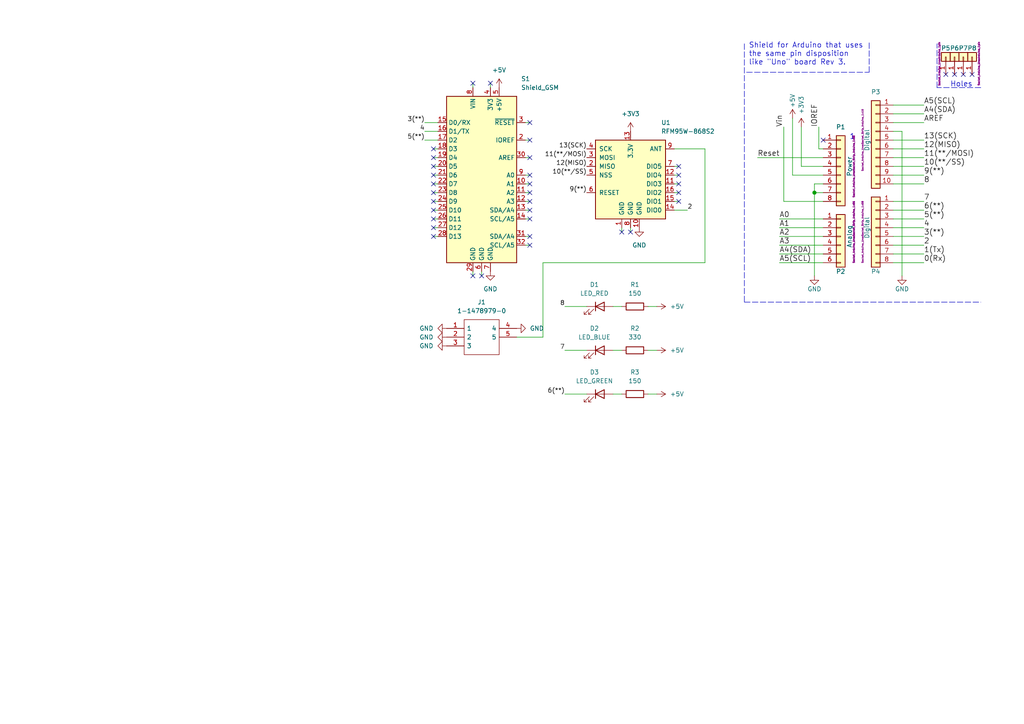
<source format=kicad_sch>
(kicad_sch (version 20211123) (generator eeschema)
  (paper "A4")
  (title_block (date "lun. 30 mars 2015"))
  (lib_symbols
    (symbol "Connector_Generic:Conn_01x01" (pin_names (offset 1.016) hide)
      (property "Reference" "J" (at 0 2.54 0))
      (property "Value" "Conn_01x01" (at 0 -2.54 0))
      (symbol "Conn_01x01_1_1"
        (rectangle (start -1.27 0.127) (end 0 -0.127) (stroke (width 0.1524)))
        (rectangle (start -1.27 1.27) (end 1.27 -1.27) (stroke (width 0.254)) (fill (type background)))
        (pin passive line (at -5.08 0 0) (length 3.81) (name "Pin_1") (number "1"))
      )
    )
    (symbol "Connector_Generic:Conn_01x06" (pin_names (offset 1.016) hide)
      (property "Reference" "J" (at 0 7.62 0))
      (property "Value" "Conn_01x06" (at 0 -10.16 0))
      (symbol "Conn_01x06_1_1"
        (rectangle (start -1.27 -7.493) (end 0 -7.747) (stroke (width 0.1524)))
        (rectangle (start -1.27 -4.953) (end 0 -5.207) (stroke (width 0.1524)))
        (rectangle (start -1.27 -2.413) (end 0 -2.667) (stroke (width 0.1524)))
        (rectangle (start -1.27 0.127) (end 0 -0.127) (stroke (width 0.1524)))
        (rectangle (start -1.27 2.667) (end 0 2.413) (stroke (width 0.1524)))
        (rectangle (start -1.27 5.207) (end 0 4.953) (stroke (width 0.1524)))
        (rectangle (start -1.27 6.35) (end 1.27 -8.89) (stroke (width 0.254)) (fill (type background)))
        (pin passive line (at -5.08 5.08 0) (length 3.81) (name "Pin_1") (number "1"))
        (pin passive line (at -5.08 2.54 0) (length 3.81) (name "Pin_2") (number "2"))
        (pin passive line (at -5.08 0 0) (length 3.81) (name "Pin_3") (number "3"))
        (pin passive line (at -5.08 -2.54 0) (length 3.81) (name "Pin_4") (number "4"))
        (pin passive line (at -5.08 -5.08 0) (length 3.81) (name "Pin_5") (number "5"))
        (pin passive line (at -5.08 -7.62 0) (length 3.81) (name "Pin_6") (number "6"))
      )
    )
    (symbol "Connector_Generic:Conn_01x08" (pin_names (offset 1.016) hide)
      (property "Reference" "J" (at 0 10.16 0))
      (property "Value" "Conn_01x08" (at 0 -12.7 0))
      (symbol "Conn_01x08_1_1"
        (rectangle (start -1.27 -10.033) (end 0 -10.287) (stroke (width 0.1524)))
        (rectangle (start -1.27 -7.493) (end 0 -7.747) (stroke (width 0.1524)))
        (rectangle (start -1.27 -4.953) (end 0 -5.207) (stroke (width 0.1524)))
        (rectangle (start -1.27 -2.413) (end 0 -2.667) (stroke (width 0.1524)))
        (rectangle (start -1.27 0.127) (end 0 -0.127) (stroke (width 0.1524)))
        (rectangle (start -1.27 2.667) (end 0 2.413) (stroke (width 0.1524)))
        (rectangle (start -1.27 5.207) (end 0 4.953) (stroke (width 0.1524)))
        (rectangle (start -1.27 7.747) (end 0 7.493) (stroke (width 0.1524)))
        (rectangle (start -1.27 8.89) (end 1.27 -11.43) (stroke (width 0.254)) (fill (type background)))
        (pin passive line (at -5.08 7.62 0) (length 3.81) (name "Pin_1") (number "1"))
        (pin passive line (at -5.08 5.08 0) (length 3.81) (name "Pin_2") (number "2"))
        (pin passive line (at -5.08 2.54 0) (length 3.81) (name "Pin_3") (number "3"))
        (pin passive line (at -5.08 0 0) (length 3.81) (name "Pin_4") (number "4"))
        (pin passive line (at -5.08 -2.54 0) (length 3.81) (name "Pin_5") (number "5"))
        (pin passive line (at -5.08 -5.08 0) (length 3.81) (name "Pin_6") (number "6"))
        (pin passive line (at -5.08 -7.62 0) (length 3.81) (name "Pin_7") (number "7"))
        (pin passive line (at -5.08 -10.16 0) (length 3.81) (name "Pin_8") (number "8"))
      )
    )
    (symbol "Connector_Generic:Conn_01x10" (pin_names (offset 1.016) hide)
      (property "Reference" "J" (at 0 12.7 0))
      (property "Value" "Conn_01x10" (at 0 -15.24 0))
      (symbol "Conn_01x10_1_1"
        (rectangle (start -1.27 -12.573) (end 0 -12.827) (stroke (width 0.1524)))
        (rectangle (start -1.27 -10.033) (end 0 -10.287) (stroke (width 0.1524)))
        (rectangle (start -1.27 -7.493) (end 0 -7.747) (stroke (width 0.1524)))
        (rectangle (start -1.27 -4.953) (end 0 -5.207) (stroke (width 0.1524)))
        (rectangle (start -1.27 -2.413) (end 0 -2.667) (stroke (width 0.1524)))
        (rectangle (start -1.27 0.127) (end 0 -0.127) (stroke (width 0.1524)))
        (rectangle (start -1.27 2.667) (end 0 2.413) (stroke (width 0.1524)))
        (rectangle (start -1.27 5.207) (end 0 4.953) (stroke (width 0.1524)))
        (rectangle (start -1.27 7.747) (end 0 7.493) (stroke (width 0.1524)))
        (rectangle (start -1.27 10.287) (end 0 10.033) (stroke (width 0.1524)))
        (rectangle (start -1.27 11.43) (end 1.27 -13.97) (stroke (width 0.254)) (fill (type background)))
        (pin passive line (at -5.08 10.16 0) (length 3.81) (name "Pin_1") (number "1"))
        (pin passive line (at -5.08 -12.7 0) (length 3.81) (name "Pin_10") (number "10"))
        (pin passive line (at -5.08 7.62 0) (length 3.81) (name "Pin_2") (number "2"))
        (pin passive line (at -5.08 5.08 0) (length 3.81) (name "Pin_3") (number "3"))
        (pin passive line (at -5.08 2.54 0) (length 3.81) (name "Pin_4") (number "4"))
        (pin passive line (at -5.08 0 0) (length 3.81) (name "Pin_5") (number "5"))
        (pin passive line (at -5.08 -2.54 0) (length 3.81) (name "Pin_6") (number "6"))
        (pin passive line (at -5.08 -5.08 0) (length 3.81) (name "Pin_7") (number "7"))
        (pin passive line (at -5.08 -7.62 0) (length 3.81) (name "Pin_8") (number "8"))
        (pin passive line (at -5.08 -10.16 0) (length 3.81) (name "Pin_9") (number "9"))
      )
    )
    (symbol "Device:LED" (pin_numbers hide) (pin_names (offset 1.016) hide)
      (property "Reference" "D" (at 0 2.54 0))
      (property "Value" "LED" (at 0 -2.54 0))
      (symbol "LED_0_1"
        (polyline (pts (xy -1.27 -1.27) (xy -1.27 1.27)) (stroke (width 0.254)))
        (polyline (pts (xy -1.27 0) (xy 1.27 0)))
        (polyline (pts (xy 1.27 -1.27) (xy 1.27 1.27) (xy -1.27 0) (xy 1.27 -1.27)) (stroke (width 0.254)))
        (polyline (pts (xy -3.048 -0.762) (xy -4.572 -2.286) (xy -3.81 -2.286) (xy -4.572 -2.286) (xy -4.572 -1.524)))
        (polyline (pts (xy -1.778 -0.762) (xy -3.302 -2.286) (xy -2.54 -2.286) (xy -3.302 -2.286) (xy -3.302 -1.524)))
      )
      (symbol "LED_1_1"
        (pin passive line (at -3.81 0 0) (length 2.54) (name "K") (number "1"))
        (pin passive line (at 3.81 0 180) (length 2.54) (name "A") (number "2"))
      )
    )
    (symbol "Device:R" (pin_numbers hide) (pin_names (offset 0))
      (property "Reference" "R" (at 2.032 0 90))
      (property "Value" "R" (at 0 0 90))
      (symbol "R_0_1"
        (rectangle (start -1.016 -2.54) (end 1.016 2.54) (stroke (width 0.254)))
      )
      (symbol "R_1_1"
        (pin passive line (at 0 3.81 270) (length 1.27) (name "~") (number "1"))
        (pin passive line (at 0 -3.81 90) (length 1.27) (name "~") (number "2"))
      )
    )
    (symbol "MCU_Module:Arduino_UNO_R3"
      (property "Reference" "A" (at -10.16 23.495 0))
      (property "Value" "Arduino_UNO_R3" (at 5.08 -26.67 0))
      (symbol "Arduino_UNO_R3_0_1"
        (rectangle (start -10.16 22.86) (end 10.16 -25.4) (stroke (width 0.254)) (fill (type background)))
      )
      (symbol "Arduino_UNO_R3_1_1"
        (pin no_connect line (at -10.16 -20.32 0) (length 2.54) hide (name "NC") (number "1"))
        (pin bidirectional line (at 12.7 -2.54 180) (length 2.54) (name "A1") (number "10"))
        (pin bidirectional line (at 12.7 -5.08 180) (length 2.54) (name "A2") (number "11"))
        (pin bidirectional line (at 12.7 -7.62 180) (length 2.54) (name "A3") (number "12"))
        (pin bidirectional line (at 12.7 -10.16 180) (length 2.54) (name "SDA/A4") (number "13"))
        (pin bidirectional line (at 12.7 -12.7 180) (length 2.54) (name "SCL/A5") (number "14"))
        (pin bidirectional line (at -12.7 15.24 0) (length 2.54) (name "D0/RX") (number "15"))
        (pin bidirectional line (at -12.7 12.7 0) (length 2.54) (name "D1/TX") (number "16"))
        (pin bidirectional line (at -12.7 10.16 0) (length 2.54) (name "D2") (number "17"))
        (pin bidirectional line (at -12.7 7.62 0) (length 2.54) (name "D3") (number "18"))
        (pin bidirectional line (at -12.7 5.08 0) (length 2.54) (name "D4") (number "19"))
        (pin output line (at 12.7 10.16 180) (length 2.54) (name "IOREF") (number "2"))
        (pin bidirectional line (at -12.7 2.54 0) (length 2.54) (name "D5") (number "20"))
        (pin bidirectional line (at -12.7 0 0) (length 2.54) (name "D6") (number "21"))
        (pin bidirectional line (at -12.7 -2.54 0) (length 2.54) (name "D7") (number "22"))
        (pin bidirectional line (at -12.7 -5.08 0) (length 2.54) (name "D8") (number "23"))
        (pin bidirectional line (at -12.7 -7.62 0) (length 2.54) (name "D9") (number "24"))
        (pin bidirectional line (at -12.7 -10.16 0) (length 2.54) (name "D10") (number "25"))
        (pin bidirectional line (at -12.7 -12.7 0) (length 2.54) (name "D11") (number "26"))
        (pin bidirectional line (at -12.7 -15.24 0) (length 2.54) (name "D12") (number "27"))
        (pin bidirectional line (at -12.7 -17.78 0) (length 2.54) (name "D13") (number "28"))
        (pin power_in line (at -2.54 -27.94 90) (length 2.54) (name "GND") (number "29"))
        (pin input line (at 12.7 15.24 180) (length 2.54) (name "~{RESET}") (number "3"))
        (pin input line (at 12.7 5.08 180) (length 2.54) (name "AREF") (number "30"))
        (pin bidirectional line (at 12.7 -17.78 180) (length 2.54) (name "SDA/A4") (number "31"))
        (pin bidirectional line (at 12.7 -20.32 180) (length 2.54) (name "SCL/A5") (number "32"))
        (pin power_out line (at 2.54 25.4 270) (length 2.54) (name "3V3") (number "4"))
        (pin power_out line (at 5.08 25.4 270) (length 2.54) (name "+5V") (number "5"))
        (pin power_in line (at 0 -27.94 90) (length 2.54) (name "GND") (number "6"))
        (pin power_in line (at 2.54 -27.94 90) (length 2.54) (name "GND") (number "7"))
        (pin power_in line (at -2.54 25.4 270) (length 2.54) (name "VIN") (number "8"))
        (pin bidirectional line (at 12.7 0 180) (length 2.54) (name "A0") (number "9"))
      )
    )
    (symbol "RF_Module:RFM95W-868S2" (pin_names (offset 1.016))
      (property "Reference" "U" (at -10.414 11.684 0))
      (property "Value" "RFM95W-868S2" (at 1.524 11.43 0))
      (symbol "RFM95W-868S2_0_1"
        (rectangle (start -10.16 10.16) (end 10.16 -12.7) (stroke (width 0.254)) (fill (type background)))
      )
      (symbol "RFM95W-868S2_1_1"
        (pin power_in line (at -2.54 -15.24 90) (length 2.54) (name "GND") (number "1"))
        (pin power_in line (at 2.54 -15.24 90) (length 2.54) (name "GND") (number "10"))
        (pin bidirectional line (at 12.7 -2.54 180) (length 2.54) (name "DIO3") (number "11"))
        (pin bidirectional line (at 12.7 0 180) (length 2.54) (name "DIO4") (number "12"))
        (pin power_in line (at 0 12.7 270) (length 2.54) (name "3.3V") (number "13"))
        (pin bidirectional line (at 12.7 -10.16 180) (length 2.54) (name "DIO0") (number "14"))
        (pin bidirectional line (at 12.7 -7.62 180) (length 2.54) (name "DIO1") (number "15"))
        (pin bidirectional line (at 12.7 -5.08 180) (length 2.54) (name "DIO2") (number "16"))
        (pin output line (at -12.7 2.54 0) (length 2.54) (name "MISO") (number "2"))
        (pin input line (at -12.7 5.08 0) (length 2.54) (name "MOSI") (number "3"))
        (pin input line (at -12.7 7.62 0) (length 2.54) (name "SCK") (number "4"))
        (pin input line (at -12.7 0 0) (length 2.54) (name "NSS") (number "5"))
        (pin bidirectional line (at -12.7 -5.08 0) (length 2.54) (name "RESET") (number "6"))
        (pin bidirectional line (at 12.7 2.54 180) (length 2.54) (name "DIO5") (number "7"))
        (pin power_in line (at 0 -15.24 90) (length 2.54) (name "GND") (number "8"))
        (pin bidirectional line (at 12.7 7.62 180) (length 2.54) (name "ANT") (number "9"))
      )
    )
    (symbol "SamacSys_Parts:1-1478979-0" (pin_names (offset 0.762))
      (property "Reference" "J" (at 16.51 7.62 0))
      (property "Value" "1-1478979-0" (at 16.51 5.08 0))
      (symbol "1-1478979-0_0_0"
        (pin passive line (at 0 0 0) (length 5.08) (name "1") (number "1"))
        (pin passive line (at 0 -2.54 0) (length 5.08) (name "2") (number "2"))
        (pin passive line (at 0 -5.08 0) (length 5.08) (name "3") (number "3"))
        (pin passive line (at 20.32 0 180) (length 5.08) (name "4") (number "4"))
        (pin passive line (at 20.32 -2.54 180) (length 5.08) (name "5") (number "5"))
      )
      (symbol "1-1478979-0_0_1"
        (polyline (pts (xy 5.08 2.54) (xy 15.24 2.54) (xy 15.24 -7.62) (xy 5.08 -7.62) (xy 5.08 2.54)) (stroke (width 0.1524)))
      )
    )
    (symbol "power:+3.3V" (power) (pin_names (offset 0))
      (property "Value" "+3.3V" (at 0 3.556 0))
      (symbol "+3.3V_0_1"
        (polyline (pts (xy -0.762 1.27) (xy 0 2.54)))
        (polyline (pts (xy 0 0) (xy 0 2.54)))
        (polyline (pts (xy 0 2.54) (xy 0.762 1.27)))
      )
      (symbol "+3.3V_1_1"
        (pin power_in line (at 0 0 90) (length 0) hide (name "+3V3") (number "1"))
      )
    )
    (symbol "power:+5V" (power) (pin_names (offset 0))
      (property "Value" "+5V" (at 0 3.556 0))
      (symbol "+5V_0_1"
        (polyline (pts (xy -0.762 1.27) (xy 0 2.54)))
        (polyline (pts (xy 0 0) (xy 0 2.54)))
        (polyline (pts (xy 0 2.54) (xy 0.762 1.27)))
      )
      (symbol "+5V_1_1"
        (pin power_in line (at 0 0 90) (length 0) hide (name "+5V") (number "1"))
      )
    )
    (symbol "power:GND" (power) (pin_names (offset 0))
      (property "Value" "GND" (at 0 -3.81 0))
      (symbol "GND_0_1"
        (polyline (pts (xy 0 0) (xy 0 -1.27) (xy 1.27 -1.27) (xy 0 -2.54) (xy -1.27 -1.27) (xy 0 -1.27)))
      )
      (symbol "GND_1_1"
        (pin power_in line (at 0 0 270) (length 0) hide (name "GND") (number "1"))
      )
    )
  )
  (junction (at 236.22 55.88) (diameter 1.016))
  (no_connect (at 279.4 21.59))
  (no_connect (at 274.32 21.59))
  (no_connect (at 125.73 43.18))
  (no_connect (at 276.86 21.59))
  (no_connect (at 125.73 45.72))
  (no_connect (at 281.94 21.59))
  (no_connect (at 238.76 40.64))
  (no_connect (at 153.67 55.88))
  (no_connect (at 153.67 53.34))
  (no_connect (at 153.67 60.96))
  (no_connect (at 153.67 63.5))
  (no_connect (at 153.67 58.42))
  (no_connect (at 153.67 68.58))
  (no_connect (at 153.67 71.12))
  (no_connect (at 153.67 50.8))
  (no_connect (at 153.67 45.72))
  (no_connect (at 153.67 40.64))
  (no_connect (at 153.67 35.56))
  (no_connect (at 125.73 66.04))
  (no_connect (at 125.73 63.5))
  (no_connect (at 125.73 68.58))
  (no_connect (at 142.24 24.13))
  (no_connect (at 137.16 24.13))
  (no_connect (at 125.73 60.96))
  (no_connect (at 125.73 58.42))
  (no_connect (at 137.16 80.01))
  (no_connect (at 139.7 80.01))
  (no_connect (at 125.73 53.34))
  (no_connect (at 125.73 50.8))
  (no_connect (at 125.73 48.26))
  (no_connect (at 125.73 55.88))
  (no_connect (at 196.85 48.26))
  (no_connect (at 196.85 50.8))
  (no_connect (at 196.85 53.34))
  (no_connect (at 196.85 55.88))
  (no_connect (at 196.85 58.42))
  (no_connect (at 182.88 67.31))
  (no_connect (at 180.34 67.31))
  (wire (pts (xy 177.8 88.9) (xy 180.34 88.9)))
  (wire (pts (xy 125.73 66.04) (xy 127 66.04)))
  (wire (pts (xy 238.76 48.26) (xy 232.41 48.26)))
  (wire (pts (xy 153.67 71.12) (xy 152.4 71.12)))
  (wire (pts (xy 238.76 71.12) (xy 226.06 71.12)))
  (wire (pts (xy 137.16 80.01) (xy 137.16 78.74)))
  (wire (pts (xy 177.8 114.3) (xy 180.34 114.3)))
  (polyline (pts (xy 252.095 20.955) (xy 252.095 12.065)) (stroke (width 0) (type dash)))
  (wire (pts (xy 259.08 63.5) (xy 267.97 63.5)))
  (wire (pts (xy 180.34 67.31) (xy 180.34 66.04)))
  (wire (pts (xy 153.67 68.58) (xy 152.4 68.58)))
  (wire (pts (xy 204.47 43.18) (xy 204.47 76.2)))
  (wire (pts (xy 196.85 53.34) (xy 195.58 53.34)))
  (wire (pts (xy 123.19 38.1) (xy 127 38.1)))
  (wire (pts (xy 187.96 101.6) (xy 190.5 101.6)))
  (wire (pts (xy 196.85 58.42) (xy 195.58 58.42)))
  (wire (pts (xy 125.73 50.8) (xy 127 50.8)))
  (wire (pts (xy 236.22 53.34) (xy 236.22 55.88)))
  (wire (pts (xy 163.83 88.9) (xy 170.18 88.9)))
  (wire (pts (xy 182.88 67.31) (xy 182.88 66.04)))
  (wire (pts (xy 157.48 76.2) (xy 204.47 76.2)))
  (wire (pts (xy 259.08 43.18) (xy 267.97 43.18)))
  (wire (pts (xy 261.62 38.1) (xy 261.62 80.01)))
  (wire (pts (xy 142.24 24.13) (xy 142.24 25.4)))
  (wire (pts (xy 238.76 53.34) (xy 236.22 53.34)))
  (wire (pts (xy 163.83 114.3) (xy 170.18 114.3)))
  (wire (pts (xy 139.7 80.01) (xy 139.7 78.74)))
  (wire (pts (xy 259.08 53.34) (xy 267.97 53.34)))
  (wire (pts (xy 237.49 43.18) (xy 238.76 43.18)))
  (wire (pts (xy 238.76 50.8) (xy 229.87 50.8)))
  (wire (pts (xy 123.19 35.56) (xy 127 35.56)))
  (wire (pts (xy 259.08 40.64) (xy 267.97 40.64)))
  (wire (pts (xy 153.67 53.34) (xy 152.4 53.34)))
  (wire (pts (xy 259.08 58.42) (xy 267.97 58.42)))
  (wire (pts (xy 238.76 66.04) (xy 226.06 66.04)))
  (wire (pts (xy 259.08 30.48) (xy 267.97 30.48)))
  (wire (pts (xy 125.73 43.18) (xy 127 43.18)))
  (wire (pts (xy 125.73 68.58) (xy 127 68.58)))
  (wire (pts (xy 157.48 76.2) (xy 157.48 97.79)))
  (wire (pts (xy 259.08 71.12) (xy 267.97 71.12)))
  (wire (pts (xy 196.85 50.8) (xy 195.58 50.8)))
  (wire (pts (xy 153.67 58.42) (xy 152.4 58.42)))
  (wire (pts (xy 157.48 97.79) (xy 149.86 97.79)))
  (wire (pts (xy 238.76 58.42) (xy 227.33 58.42)))
  (wire (pts (xy 177.8 101.6) (xy 180.34 101.6)))
  (wire (pts (xy 123.19 40.64) (xy 127 40.64)))
  (wire (pts (xy 238.76 63.5) (xy 226.06 63.5)))
  (wire (pts (xy 259.08 45.72) (xy 267.97 45.72)))
  (wire (pts (xy 238.76 73.66) (xy 226.06 73.66)))
  (polyline (pts (xy 284.48 25.4) (xy 271.78 25.4)) (stroke (width 0) (type dash)))
  (wire (pts (xy 238.76 45.72) (xy 219.71 45.72)))
  (wire (pts (xy 259.08 38.1) (xy 261.62 38.1)))
  (wire (pts (xy 238.76 55.88) (xy 236.22 55.88)))
  (wire (pts (xy 137.16 24.13) (xy 137.16 25.4)))
  (wire (pts (xy 187.96 114.3) (xy 190.5 114.3)))
  (wire (pts (xy 259.08 50.8) (xy 267.97 50.8)))
  (wire (pts (xy 125.73 60.96) (xy 127 60.96)))
  (wire (pts (xy 153.67 40.64) (xy 152.4 40.64)))
  (wire (pts (xy 153.67 50.8) (xy 152.4 50.8)))
  (wire (pts (xy 196.85 48.26) (xy 195.58 48.26)))
  (wire (pts (xy 236.22 55.88) (xy 236.22 80.01)))
  (wire (pts (xy 227.33 58.42) (xy 227.33 36.83)))
  (wire (pts (xy 125.73 45.72) (xy 127 45.72)))
  (wire (pts (xy 153.67 60.96) (xy 152.4 60.96)))
  (wire (pts (xy 153.67 55.88) (xy 152.4 55.88)))
  (polyline (pts (xy 215.9 87.63) (xy 284.48 87.63)) (stroke (width 0) (type dash)))
  (wire (pts (xy 259.08 68.58) (xy 267.97 68.58)))
  (wire (pts (xy 125.73 58.42) (xy 127 58.42)))
  (wire (pts (xy 238.76 76.2) (xy 226.06 76.2)))
  (wire (pts (xy 199.39 60.96) (xy 195.58 60.96)))
  (wire (pts (xy 259.08 73.66) (xy 267.97 73.66)))
  (polyline (pts (xy 271.78 25.4) (xy 271.78 12.7)) (stroke (width 0) (type dash)))
  (wire (pts (xy 187.96 88.9) (xy 190.5 88.9)))
  (wire (pts (xy 259.08 60.96) (xy 267.97 60.96)))
  (wire (pts (xy 125.73 53.34) (xy 127 53.34)))
  (wire (pts (xy 229.87 50.8) (xy 229.87 34.29)))
  (wire (pts (xy 195.58 43.18) (xy 204.47 43.18)))
  (wire (pts (xy 163.83 101.6) (xy 170.18 101.6)))
  (wire (pts (xy 259.08 33.02) (xy 267.97 33.02)))
  (wire (pts (xy 196.85 55.88) (xy 195.58 55.88)))
  (wire (pts (xy 153.67 63.5) (xy 152.4 63.5)))
  (wire (pts (xy 153.67 35.56) (xy 152.4 35.56)))
  (wire (pts (xy 259.08 66.04) (xy 267.97 66.04)))
  (wire (pts (xy 259.08 35.56) (xy 267.97 35.56)))
  (polyline (pts (xy 215.9 12.7) (xy 215.9 87.63)) (stroke (width 0) (type dash)))
  (wire (pts (xy 125.73 48.26) (xy 127 48.26)))
  (wire (pts (xy 232.41 48.26) (xy 232.41 36.83)))
  (wire (pts (xy 237.49 36.83) (xy 237.49 43.18)))
  (wire (pts (xy 153.67 45.72) (xy 152.4 45.72)))
  (wire (pts (xy 259.08 76.2) (xy 267.97 76.2)))
  (wire (pts (xy 259.08 48.26) (xy 267.97 48.26)))
  (wire (pts (xy 125.73 63.5) (xy 127 63.5)))
  (wire (pts (xy 238.76 68.58) (xy 226.06 68.58)))
  (wire (pts (xy 125.73 55.88) (xy 127 55.88)))
  (polyline (pts (xy 216.535 20.955) (xy 252.095 20.955)) (stroke (width 0) (type dash)))
  (text "Holes" (at 275.59 25.4 0) (effects (font (size 1.524 1.524)) (justify left bottom)))
  (text "Shield for Arduino that uses\nthe same pin disposition\nlike \"Uno\" board Rev 3." (at 217.17 19.05 0) (effects (font (size 1.524 1.524)) (justify left bottom)))
  (text "1" (at 246.38 40.64 0) (effects (font (size 1.524 1.524)) (justify left bottom)))
  (label "2" (at 199.39 60.96 0))
  (label "Vin" (at 227.33 36.83 90) (effects (font (size 1.524 1.524))))
  (label "9(**)" (at 170.18 55.88 180))
  (label "4" (at 123.19 38.1 180))
  (label "0(Rx)" (at 267.97 76.2 0) (effects (font (size 1.524 1.524))))
  (label "A4(SDA)" (at 226.06 73.66 0) (effects (font (size 1.524 1.524))))
  (label "8" (at 163.83 88.9 180))
  (label "4" (at 267.97 66.04 0) (effects (font (size 1.524 1.524))))
  (label "5(**)" (at 267.97 63.5 0) (effects (font (size 1.524 1.524))))
  (label "A2" (at 226.06 68.58 0) (effects (font (size 1.524 1.524))))
  (label "6(**)" (at 163.83 114.3 180))
  (label "A5(SCL)" (at 226.06 76.2 0) (effects (font (size 1.524 1.524))))
  (label "A0" (at 226.06 63.5 0) (effects (font (size 1.524 1.524))))
  (label "A1" (at 226.06 66.04 0) (effects (font (size 1.524 1.524))))
  (label "12(MISO)" (at 170.18 48.26 180))
  (label "10(**/SS)" (at 267.97 48.26 0) (effects (font (size 1.524 1.524))))
  (label "13(SCK)" (at 267.97 40.64 0) (effects (font (size 1.524 1.524))))
  (label "7" (at 163.83 101.6 180))
  (label "7" (at 267.97 58.42 0) (effects (font (size 1.524 1.524))))
  (label "A4(SDA)" (at 267.97 33.02 0) (effects (font (size 1.524 1.524))))
  (label "A3" (at 226.06 71.12 0) (effects (font (size 1.524 1.524))))
  (label "Reset" (at 219.71 45.72 0) (effects (font (size 1.524 1.524))))
  (label "2" (at 267.97 71.12 0) (effects (font (size 1.524 1.524))))
  (label "12(MISO)" (at 267.97 43.18 0) (effects (font (size 1.524 1.524))))
  (label "11(**{slash}MOSI)" (at 170.18 45.72 180))
  (label "3(**)" (at 267.97 68.58 0) (effects (font (size 1.524 1.524))))
  (label "9(**)" (at 267.97 50.8 0) (effects (font (size 1.524 1.524))))
  (label "5(**)" (at 123.19 40.64 180))
  (label "13(SCK)" (at 170.18 43.18 180))
  (label "8" (at 267.97 53.34 0) (effects (font (size 1.524 1.524))))
  (label "A5(SCL)" (at 267.97 30.48 0) (effects (font (size 1.524 1.524))))
  (label "IOREF" (at 237.49 36.83 90) (effects (font (size 1.524 1.524))))
  (label "AREF" (at 267.97 35.56 0) (effects (font (size 1.524 1.524))))
  (label "10(**{slash}SS)" (at 170.18 50.8 180))
  (label "11(**/MOSI)" (at 267.97 45.72 0) (effects (font (size 1.524 1.524))))
  (label "1(Tx)" (at 267.97 73.66 0) (effects (font (size 1.524 1.524))))
  (label "6(**)" (at 267.97 60.96 0) (effects (font (size 1.524 1.524))))
  (label "3(**)" (at 123.19 35.56 180))
  (symbol (lib_id "Connector_Generic:Conn_01x08") (at 243.84 48.26 0) (unit 1)
    (property "Reference" "P1" (at 243.84 36.83 0))
    (property "Value" "Power" (at 246.38 48.26 90))
    (property "Footprint" "Socket_Arduino_Uno:Socket_Strip_Arduino_1x08" (at 247.65 48.26 90) (effects (font (size 0.508 0.508))))
  )
  (symbol (lib_id "power:+3.3V") (at 232.41 36.83 0) (unit 1)
    (property "Reference" "#PWR01" (effects hide))
    (property "Value" "+3.3V" (at 232.41 30.48 90))
  )
  (symbol (lib_id "power:+5V") (at 229.87 34.29 0) (unit 1)
    (property "Reference" "#PWR02" (effects hide))
    (property "Value" "+5V" (at 229.87 29.21 90))
  )
  (symbol (lib_id "power:GND") (at 236.22 80.01 0) (unit 1)
    (property "Reference" "#PWR03" (effects hide))
    (property "Value" "GND" (at 236.22 83.82 0))
  )
  (symbol (lib_id "power:GND") (at 261.62 80.01 0) (unit 1)
    (property "Reference" "#PWR04" (effects hide))
    (property "Value" "GND" (at 261.62 83.82 0))
  )
  (symbol (lib_id "Connector_Generic:Conn_01x06") (at 243.84 68.58 0) (unit 1)
    (property "Reference" "P2" (at 243.84 78.74 0))
    (property "Value" "Analog" (at 246.38 68.58 90))
    (property "Footprint" "Socket_Arduino_Uno:Socket_Strip_Arduino_1x06" (at 247.65 67.31 90) (effects (font (size 0.508 0.508))))
  )
  (symbol (lib_id "Connector_Generic:Conn_01x01") (at 274.32 16.51 90) (unit 1)
    (property "Reference" "P5" (at 274.32 13.97 90))
    (property "Value" "CONN_01X01" (effects hide))
    (property "Footprint" "Socket_Arduino_Uno:Arduino_1pin" (at 272.4404 18.5166 0) (effects (font (size 0.508 0.508))))
  )
  (symbol (lib_id "Connector_Generic:Conn_01x01") (at 276.86 16.51 90) (unit 1)
    (property "Reference" "P6" (at 276.86 13.97 90))
    (property "Value" "CONN_01X01" (effects hide))
    (property "Footprint" "Socket_Arduino_Uno:Arduino_1pin" (effects hide))
  )
  (symbol (lib_id "Connector_Generic:Conn_01x01") (at 279.4 16.51 90) (unit 1)
    (property "Reference" "P7" (at 279.4 13.97 90))
    (property "Value" "CONN_01X01" (effects hide))
    (property "Footprint" "Socket_Arduino_Uno:Arduino_1pin" (effects hide))
  )
  (symbol (lib_id "Connector_Generic:Conn_01x01") (at 281.94 16.51 90) (unit 1)
    (property "Reference" "P8" (at 281.94 13.97 90))
    (property "Value" "CONN_01X01" (effects hide))
    (property "Footprint" "Socket_Arduino_Uno:Arduino_1pin" (at 283.9212 18.4404 0) (effects (font (size 0.508 0.508))))
  )
  (symbol (lib_id "Connector_Generic:Conn_01x08") (at 254 66.04 0) (mirror y) (unit 1)
    (property "Reference" "P4" (at 254 78.74 0))
    (property "Value" "Digital" (at 251.46 66.04 90))
    (property "Footprint" "Socket_Arduino_Uno:Socket_Strip_Arduino_1x08" (at 250.19 67.31 90) (effects (font (size 0.508 0.508))))
  )
  (symbol (lib_id "Connector_Generic:Conn_01x10") (at 254 40.64 0) (mirror y) (unit 1)
    (property "Reference" "P3" (at 254 26.67 0))
    (property "Value" "Digital" (at 251.46 40.64 90))
    (property "Footprint" "Socket_Arduino_Uno:Socket_Strip_Arduino_1x10" (at 250.19 40.64 90) (effects (font (size 0.508 0.508))))
  )
  (symbol (lib_id "power:GND") (at 129.54 97.79 270) (unit 1)
    (property "Reference" "#PWR?" (effects hide))
    (property "Value" "GND" (at 125.73 97.7899 90) (effects (justify right)))
  )
  (symbol (lib_id "SamacSys_Parts:1-1478979-0") (at 129.54 95.25 0) (unit 1)
    (property "Reference" "J1" (at 139.7 87.63 0))
    (property "Value" "1-1478979-0" (at 139.7 90.17 0))
    (property "Footprint" "114789790" (effects hide))
    (property "Datasheet" "http://uk.rs-online.com/web/p/products/4683306" (effects hide))
    (property "Description" "SMA PCB mount straight socket jack TE Connectivity Straight 50 Through Hole SMA Connector, jack, Solder Termination Coaxial" (effects hide))
    (property "Height" "10" (effects hide))
    (property "RS Part Number" "4683306" (effects hide))
    (property "RS Price/Stock" "http://uk.rs-online.com/web/p/products/4683306" (effects hide))
    (property "Manufacturer_Name" "TE Connectivity" (effects hide))
    (property "Manufacturer_Part_Number" "1-1478979-0" (effects hide))
    (property "Allied_Number" "70086215" (effects hide))
  )
  (symbol (lib_id "power:+5V") (at 144.78 25.4 0) (unit 1)
    (property "Reference" "#PWR0101" (effects hide))
    (property "Value" "+5V" (at 144.78 20.32 0))
  )
  (symbol (lib_id "power:+5V") (at 190.5 88.9 270) (unit 1)
    (property "Reference" "#PWR0105" (effects hide))
    (property "Value" "+5V" (at 194.31 88.8999 90) (effects (justify left)))
  )
  (symbol (lib_id "power:GND") (at 142.24 78.74 0) (unit 1)
    (property "Reference" "#PWR0102" (effects hide))
    (property "Value" "GND" (at 142.24 83.82 0))
  )
  (symbol (lib_id "power:GND") (at 149.86 95.25 90) (unit 1)
    (property "Reference" "#PWR?" (effects hide))
    (property "Value" "GND" (at 153.67 95.2499 90) (effects (justify right)))
  )
  (symbol (lib_id "Device:LED") (at 173.99 88.9 0) (unit 1)
    (property "Reference" "D1" (at 172.4025 82.55 0))
    (property "Value" "LED_RED" (at 172.4025 85.09 0))
    (property "Footprint" "LED_THT:LED_D5.0mm" (effects hide))
  )
  (symbol (lib_id "Device:R") (at 184.15 114.3 90) (unit 1)
    (property "Reference" "R3" (at 184.15 107.95 90))
    (property "Value" "150" (at 184.15 110.49 90))
    (property "Footprint" "Resistor_THT:R_Axial_DIN0207_L6.3mm_D2.5mm_P7.62mm_Horizontal" (effects hide))
  )
  (symbol (lib_id "power:+5V") (at 190.5 101.6 270) (unit 1)
    (property "Reference" "#PWR0107" (effects hide))
    (property "Value" "+5V" (at 194.31 101.5999 90) (effects (justify left)))
  )
  (symbol (lib_id "power:+3.3V") (at 182.88 38.1 0) (unit 1)
    (property "Reference" "#PWR0103" (effects hide))
    (property "Value" "+3.3V" (at 182.88 33.02 0))
  )
  (symbol (lib_id "RF_Module:RFM95W-868S2") (at 182.88 50.8 0) (unit 1)
    (property "Reference" "U1" (at 191.77 35.56 0) (effects (justify left)))
    (property "Value" "RFM95W-868S2" (at 191.77 38.1 0) (effects (justify left)))
    (property "Footprint" "RF_Module:HOPERF_RFM9XW_THT" (effects hide))
    (property "Datasheet" "https://www.hoperf.com/data/upload/portal/20181127/5bfcbea20e9ef.pdf" (effects hide))
  )
  (symbol (lib_id "Device:LED") (at 173.99 101.6 0) (unit 1)
    (property "Reference" "D2" (at 172.4025 95.25 0))
    (property "Value" "LED_BLUE" (at 172.4025 97.79 0))
    (property "Footprint" "LED_THT:LED_D5.0mm" (effects hide))
  )
  (symbol (lib_id "Device:R") (at 184.15 88.9 90) (unit 1)
    (property "Reference" "R1" (at 184.15 82.55 90))
    (property "Value" "150" (at 184.15 85.09 90))
    (property "Footprint" "Resistor_THT:R_Axial_DIN0207_L6.3mm_D2.5mm_P7.62mm_Horizontal" (effects hide))
  )
  (symbol (lib_id "power:+5V") (at 190.5 114.3 270) (unit 1)
    (property "Reference" "#PWR0106" (effects hide))
    (property "Value" "+5V" (at 194.31 114.2999 90) (effects (justify left)))
  )
  (symbol (lib_id "Device:R") (at 184.15 101.6 90) (unit 1)
    (property "Reference" "R2" (at 184.15 95.25 90))
    (property "Value" "330" (at 184.15 97.79 90))
    (property "Footprint" "Resistor_THT:R_Axial_DIN0207_L6.3mm_D2.5mm_P7.62mm_Horizontal" (effects hide))
  )
  (symbol (lib_id "MCU_Module:Arduino_UNO_R3") (at 139.7 50.8 0) (unit 1)
    (property "Reference" "S1" (at 151.13 22.86 0) (effects (justify left)))
    (property "Value" "Shield_GSM" (at 151.13 25.4 0) (effects (justify left)))
    (property "Footprint" "Module:Arduino_UNO_R3_WithMountingHoles" (effects hide))
    (property "Datasheet" "https://www.arduino.cc/en/Main/arduinoBoardUno" (effects hide))
  )
  (symbol (lib_id "power:GND") (at 185.42 66.04 0) (unit 1)
    (property "Reference" "#PWR0104" (effects hide))
    (property "Value" "GND" (at 185.42 71.12 0))
  )
  (symbol (lib_id "power:GND") (at 129.54 100.33 270) (unit 1)
    (property "Reference" "#PWR?" (effects hide))
    (property "Value" "GND" (at 125.73 100.3299 90) (effects (justify right)))
  )
  (symbol (lib_id "power:GND") (at 129.54 95.25 270) (unit 1)
    (property "Reference" "#PWR?" (effects hide))
    (property "Value" "GND" (at 125.73 95.2499 90) (effects (justify right)))
  )
  (symbol (lib_id "Device:LED") (at 173.99 114.3 0) (unit 1)
    (property "Reference" "D3" (at 172.4025 107.95 0))
    (property "Value" "LED_GREEN" (at 172.4025 110.49 0))
    (property "Footprint" "LED_THT:LED_D5.0mm" (effects hide))
  )
)
</source>
